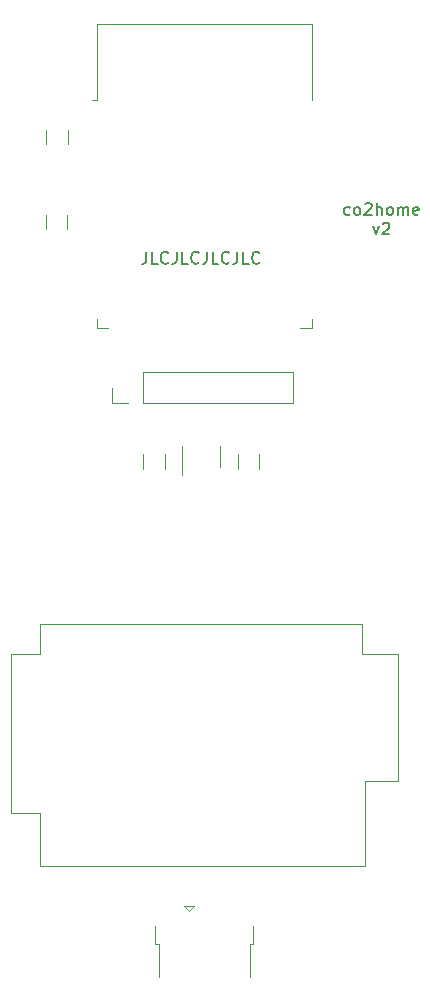
<source format=gbr>
G04 #@! TF.GenerationSoftware,KiCad,Pcbnew,(5.1.6)-1*
G04 #@! TF.CreationDate,2020-07-08T21:36:35-04:00*
G04 #@! TF.ProjectId,co2home,636f3268-6f6d-4652-9e6b-696361645f70,rev?*
G04 #@! TF.SameCoordinates,Original*
G04 #@! TF.FileFunction,Legend,Top*
G04 #@! TF.FilePolarity,Positive*
%FSLAX46Y46*%
G04 Gerber Fmt 4.6, Leading zero omitted, Abs format (unit mm)*
G04 Created by KiCad (PCBNEW (5.1.6)-1) date 2020-07-08 21:36:35*
%MOMM*%
%LPD*%
G01*
G04 APERTURE LIST*
%ADD10C,0.150000*%
%ADD11C,0.120000*%
G04 APERTURE END LIST*
D10*
X130105952Y-44652380D02*
X130105952Y-45366666D01*
X130058333Y-45509523D01*
X129963095Y-45604761D01*
X129820238Y-45652380D01*
X129725000Y-45652380D01*
X131058333Y-45652380D02*
X130582142Y-45652380D01*
X130582142Y-44652380D01*
X131963095Y-45557142D02*
X131915476Y-45604761D01*
X131772619Y-45652380D01*
X131677380Y-45652380D01*
X131534523Y-45604761D01*
X131439285Y-45509523D01*
X131391666Y-45414285D01*
X131344047Y-45223809D01*
X131344047Y-45080952D01*
X131391666Y-44890476D01*
X131439285Y-44795238D01*
X131534523Y-44700000D01*
X131677380Y-44652380D01*
X131772619Y-44652380D01*
X131915476Y-44700000D01*
X131963095Y-44747619D01*
X132677380Y-44652380D02*
X132677380Y-45366666D01*
X132629761Y-45509523D01*
X132534523Y-45604761D01*
X132391666Y-45652380D01*
X132296428Y-45652380D01*
X133629761Y-45652380D02*
X133153571Y-45652380D01*
X133153571Y-44652380D01*
X134534523Y-45557142D02*
X134486904Y-45604761D01*
X134344047Y-45652380D01*
X134248809Y-45652380D01*
X134105952Y-45604761D01*
X134010714Y-45509523D01*
X133963095Y-45414285D01*
X133915476Y-45223809D01*
X133915476Y-45080952D01*
X133963095Y-44890476D01*
X134010714Y-44795238D01*
X134105952Y-44700000D01*
X134248809Y-44652380D01*
X134344047Y-44652380D01*
X134486904Y-44700000D01*
X134534523Y-44747619D01*
X135248809Y-44652380D02*
X135248809Y-45366666D01*
X135201190Y-45509523D01*
X135105952Y-45604761D01*
X134963095Y-45652380D01*
X134867857Y-45652380D01*
X136201190Y-45652380D02*
X135725000Y-45652380D01*
X135725000Y-44652380D01*
X137105952Y-45557142D02*
X137058333Y-45604761D01*
X136915476Y-45652380D01*
X136820238Y-45652380D01*
X136677380Y-45604761D01*
X136582142Y-45509523D01*
X136534523Y-45414285D01*
X136486904Y-45223809D01*
X136486904Y-45080952D01*
X136534523Y-44890476D01*
X136582142Y-44795238D01*
X136677380Y-44700000D01*
X136820238Y-44652380D01*
X136915476Y-44652380D01*
X137058333Y-44700000D01*
X137105952Y-44747619D01*
X137820238Y-44652380D02*
X137820238Y-45366666D01*
X137772619Y-45509523D01*
X137677380Y-45604761D01*
X137534523Y-45652380D01*
X137439285Y-45652380D01*
X138772619Y-45652380D02*
X138296428Y-45652380D01*
X138296428Y-44652380D01*
X139677380Y-45557142D02*
X139629761Y-45604761D01*
X139486904Y-45652380D01*
X139391666Y-45652380D01*
X139248809Y-45604761D01*
X139153571Y-45509523D01*
X139105952Y-45414285D01*
X139058333Y-45223809D01*
X139058333Y-45080952D01*
X139105952Y-44890476D01*
X139153571Y-44795238D01*
X139248809Y-44700000D01*
X139391666Y-44652380D01*
X139486904Y-44652380D01*
X139629761Y-44700000D01*
X139677380Y-44747619D01*
X147334523Y-41479761D02*
X147239285Y-41527380D01*
X147048809Y-41527380D01*
X146953571Y-41479761D01*
X146905952Y-41432142D01*
X146858333Y-41336904D01*
X146858333Y-41051190D01*
X146905952Y-40955952D01*
X146953571Y-40908333D01*
X147048809Y-40860714D01*
X147239285Y-40860714D01*
X147334523Y-40908333D01*
X147905952Y-41527380D02*
X147810714Y-41479761D01*
X147763095Y-41432142D01*
X147715476Y-41336904D01*
X147715476Y-41051190D01*
X147763095Y-40955952D01*
X147810714Y-40908333D01*
X147905952Y-40860714D01*
X148048809Y-40860714D01*
X148144047Y-40908333D01*
X148191666Y-40955952D01*
X148239285Y-41051190D01*
X148239285Y-41336904D01*
X148191666Y-41432142D01*
X148144047Y-41479761D01*
X148048809Y-41527380D01*
X147905952Y-41527380D01*
X148620238Y-40622619D02*
X148667857Y-40575000D01*
X148763095Y-40527380D01*
X149001190Y-40527380D01*
X149096428Y-40575000D01*
X149144047Y-40622619D01*
X149191666Y-40717857D01*
X149191666Y-40813095D01*
X149144047Y-40955952D01*
X148572619Y-41527380D01*
X149191666Y-41527380D01*
X149620238Y-41527380D02*
X149620238Y-40527380D01*
X150048809Y-41527380D02*
X150048809Y-41003571D01*
X150001190Y-40908333D01*
X149905952Y-40860714D01*
X149763095Y-40860714D01*
X149667857Y-40908333D01*
X149620238Y-40955952D01*
X150667857Y-41527380D02*
X150572619Y-41479761D01*
X150525000Y-41432142D01*
X150477380Y-41336904D01*
X150477380Y-41051190D01*
X150525000Y-40955952D01*
X150572619Y-40908333D01*
X150667857Y-40860714D01*
X150810714Y-40860714D01*
X150905952Y-40908333D01*
X150953571Y-40955952D01*
X151001190Y-41051190D01*
X151001190Y-41336904D01*
X150953571Y-41432142D01*
X150905952Y-41479761D01*
X150810714Y-41527380D01*
X150667857Y-41527380D01*
X151429761Y-41527380D02*
X151429761Y-40860714D01*
X151429761Y-40955952D02*
X151477380Y-40908333D01*
X151572619Y-40860714D01*
X151715476Y-40860714D01*
X151810714Y-40908333D01*
X151858333Y-41003571D01*
X151858333Y-41527380D01*
X151858333Y-41003571D02*
X151905952Y-40908333D01*
X152001190Y-40860714D01*
X152144047Y-40860714D01*
X152239285Y-40908333D01*
X152286904Y-41003571D01*
X152286904Y-41527380D01*
X153144047Y-41479761D02*
X153048809Y-41527380D01*
X152858333Y-41527380D01*
X152763095Y-41479761D01*
X152715476Y-41384523D01*
X152715476Y-41003571D01*
X152763095Y-40908333D01*
X152858333Y-40860714D01*
X153048809Y-40860714D01*
X153144047Y-40908333D01*
X153191666Y-41003571D01*
X153191666Y-41098809D01*
X152715476Y-41194047D01*
X149310714Y-42510714D02*
X149548809Y-43177380D01*
X149786904Y-42510714D01*
X150120238Y-42272619D02*
X150167857Y-42225000D01*
X150263095Y-42177380D01*
X150501190Y-42177380D01*
X150596428Y-42225000D01*
X150644047Y-42272619D01*
X150691666Y-42367857D01*
X150691666Y-42463095D01*
X150644047Y-42605952D01*
X150072619Y-43177380D01*
X150691666Y-43177380D01*
D11*
X127195000Y-57480000D02*
X127195000Y-56150000D01*
X128525000Y-57480000D02*
X127195000Y-57480000D01*
X129795000Y-57480000D02*
X129795000Y-54820000D01*
X129795000Y-54820000D02*
X142555000Y-54820000D01*
X129795000Y-57480000D02*
X142555000Y-57480000D01*
X142555000Y-57480000D02*
X142555000Y-54820000D01*
X133725000Y-100490000D02*
X133325000Y-100040000D01*
X133325000Y-100040000D02*
X134125000Y-100040000D01*
X134125000Y-100040000D02*
X133725000Y-100490000D01*
X138875000Y-106090000D02*
X138875000Y-103290000D01*
X138875000Y-103290000D02*
X139175000Y-103290000D01*
X139175000Y-103290000D02*
X139175000Y-101740000D01*
X131175000Y-106090000D02*
X131175000Y-103290000D01*
X130875000Y-103290000D02*
X131175000Y-103290000D01*
X130875000Y-103290000D02*
X130875000Y-101740000D01*
X121150000Y-76170000D02*
X148400000Y-76170000D01*
X121150000Y-96670000D02*
X148650000Y-96670000D01*
X151400000Y-78670000D02*
X151400000Y-89420000D01*
X151400000Y-89420000D02*
X148650000Y-89420000D01*
X148650000Y-89420000D02*
X148650000Y-96670000D01*
X118650000Y-92170000D02*
X118650000Y-78670000D01*
X118650000Y-78670000D02*
X121150000Y-78670000D01*
X121150000Y-78670000D02*
X121150000Y-76170000D01*
X148400000Y-76170000D02*
X148400000Y-78670000D01*
X148400000Y-78670000D02*
X151400000Y-78670000D01*
X118650000Y-92170000D02*
X121150000Y-92170000D01*
X121150000Y-92170000D02*
X121150000Y-96670000D01*
X125905000Y-31815000D02*
X125525000Y-31815000D01*
X125905000Y-25395000D02*
X125905000Y-31815000D01*
X144145000Y-25395000D02*
X144145000Y-31815000D01*
X125905000Y-25395000D02*
X144145000Y-25395000D01*
X144145000Y-51140000D02*
X143145000Y-51140000D01*
X144145000Y-50360000D02*
X144145000Y-51140000D01*
X125905000Y-51140000D02*
X126905000Y-51140000D01*
X125905000Y-50360000D02*
X125905000Y-51140000D01*
X133165000Y-61090000D02*
X133165000Y-63540000D01*
X136385000Y-62890000D02*
X136385000Y-61090000D01*
X123435000Y-42752064D02*
X123435000Y-41547936D01*
X121615000Y-42752064D02*
X121615000Y-41547936D01*
X121645000Y-34307936D02*
X121645000Y-35512064D01*
X123465000Y-34307936D02*
X123465000Y-35512064D01*
X129865000Y-61797936D02*
X129865000Y-63002064D01*
X131685000Y-61797936D02*
X131685000Y-63002064D01*
X137865000Y-61797936D02*
X137865000Y-63002064D01*
X139685000Y-61797936D02*
X139685000Y-63002064D01*
M02*

</source>
